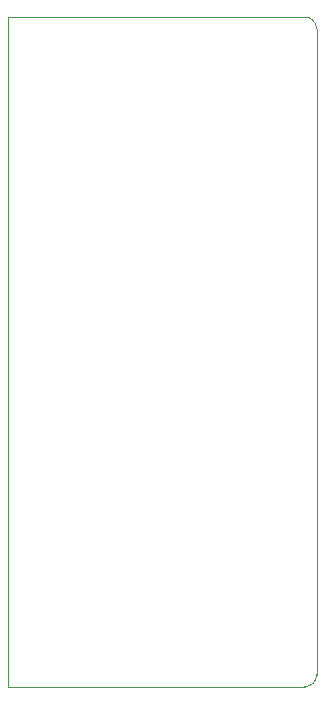
<source format=gbr>
%TF.GenerationSoftware,KiCad,Pcbnew,7.0.2*%
%TF.CreationDate,2023-08-01T17:34:10+02:00*%
%TF.ProjectId,playstation_adapter,706c6179-7374-4617-9469-6f6e5f616461,0.9*%
%TF.SameCoordinates,Original*%
%TF.FileFunction,Profile,NP*%
%FSLAX46Y46*%
G04 Gerber Fmt 4.6, Leading zero omitted, Abs format (unit mm)*
G04 Created by KiCad (PCBNEW 7.0.2) date 2023-08-01 17:34:10*
%MOMM*%
%LPD*%
G01*
G04 APERTURE LIST*
%TA.AperFunction,Profile*%
%ADD10C,0.100000*%
%TD*%
G04 APERTURE END LIST*
D10*
X80600000Y-93700000D02*
G75*
G03*
X81600000Y-92700000I0J1000000D01*
G01*
X81600000Y-38000000D02*
G75*
G03*
X80600000Y-37000000I-1000000J0D01*
G01*
X55500000Y-93700000D02*
X55500000Y-37000000D01*
X55500000Y-37000000D02*
X80600000Y-37000000D01*
X81600000Y-38000000D02*
X81600000Y-92700000D01*
X80600000Y-93700000D02*
X55500000Y-93700000D01*
M02*

</source>
